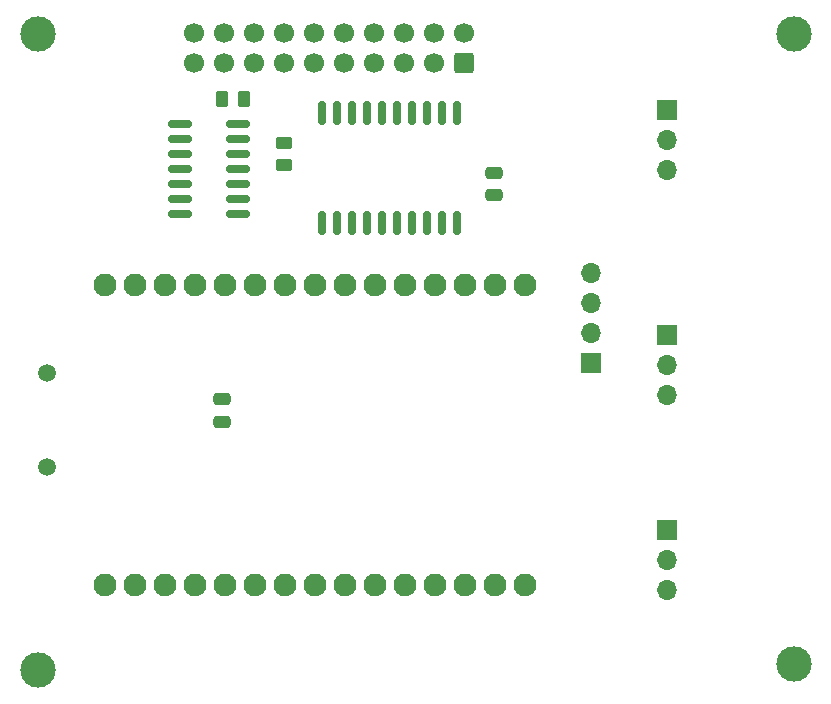
<source format=gbr>
%TF.GenerationSoftware,KiCad,Pcbnew,(6.0.1)*%
%TF.CreationDate,2022-05-14T12:38:18+08:00*%
%TF.ProjectId,SDISK2_ESP,53444953-4b32-45f4-9553-502e6b696361,rev?*%
%TF.SameCoordinates,Original*%
%TF.FileFunction,Soldermask,Top*%
%TF.FilePolarity,Negative*%
%FSLAX46Y46*%
G04 Gerber Fmt 4.6, Leading zero omitted, Abs format (unit mm)*
G04 Created by KiCad (PCBNEW (6.0.1)) date 2022-05-14 12:38:18*
%MOMM*%
%LPD*%
G01*
G04 APERTURE LIST*
G04 Aperture macros list*
%AMRoundRect*
0 Rectangle with rounded corners*
0 $1 Rounding radius*
0 $2 $3 $4 $5 $6 $7 $8 $9 X,Y pos of 4 corners*
0 Add a 4 corners polygon primitive as box body*
4,1,4,$2,$3,$4,$5,$6,$7,$8,$9,$2,$3,0*
0 Add four circle primitives for the rounded corners*
1,1,$1+$1,$2,$3*
1,1,$1+$1,$4,$5*
1,1,$1+$1,$6,$7*
1,1,$1+$1,$8,$9*
0 Add four rect primitives between the rounded corners*
20,1,$1+$1,$2,$3,$4,$5,0*
20,1,$1+$1,$4,$5,$6,$7,0*
20,1,$1+$1,$6,$7,$8,$9,0*
20,1,$1+$1,$8,$9,$2,$3,0*%
G04 Aperture macros list end*
%ADD10C,3.000000*%
%ADD11RoundRect,0.150000X-0.150000X0.875000X-0.150000X-0.875000X0.150000X-0.875000X0.150000X0.875000X0*%
%ADD12RoundRect,0.250000X0.475000X-0.250000X0.475000X0.250000X-0.475000X0.250000X-0.475000X-0.250000X0*%
%ADD13RoundRect,0.250000X-0.262500X-0.450000X0.262500X-0.450000X0.262500X0.450000X-0.262500X0.450000X0*%
%ADD14C,1.930400*%
%ADD15RoundRect,0.150000X0.825000X0.150000X-0.825000X0.150000X-0.825000X-0.150000X0.825000X-0.150000X0*%
%ADD16RoundRect,0.250000X0.450000X-0.262500X0.450000X0.262500X-0.450000X0.262500X-0.450000X-0.262500X0*%
%ADD17R,1.700000X1.700000*%
%ADD18O,1.700000X1.700000*%
%ADD19RoundRect,0.250000X0.600000X-0.600000X0.600000X0.600000X-0.600000X0.600000X-0.600000X-0.600000X0*%
%ADD20C,1.700000*%
%ADD21C,1.500000*%
G04 APERTURE END LIST*
D10*
%TO.C,H4*%
X162560000Y-76200000D03*
%TD*%
%TO.C,H2*%
X98500000Y-130000000D03*
%TD*%
D11*
%TO.C,U2*%
X133985000Y-82865000D03*
X132715000Y-82865000D03*
X131445000Y-82865000D03*
X130175000Y-82865000D03*
X128905000Y-82865000D03*
X127635000Y-82865000D03*
X126365000Y-82865000D03*
X125095000Y-82865000D03*
X123825000Y-82865000D03*
X122555000Y-82865000D03*
X122555000Y-92165000D03*
X123825000Y-92165000D03*
X125095000Y-92165000D03*
X126365000Y-92165000D03*
X127635000Y-92165000D03*
X128905000Y-92165000D03*
X130175000Y-92165000D03*
X131445000Y-92165000D03*
X132715000Y-92165000D03*
X133985000Y-92165000D03*
%TD*%
D12*
%TO.C,C3*%
X114129891Y-109017292D03*
X114129891Y-107117292D03*
%TD*%
D10*
%TO.C,H1*%
X98500000Y-76200000D03*
%TD*%
D13*
%TO.C,R4*%
X114145113Y-81666781D03*
X115970113Y-81666781D03*
%TD*%
D14*
%TO.C,BOARD1*%
X104255000Y-122875000D03*
X134735000Y-122875000D03*
X111875000Y-122875000D03*
X132195000Y-122875000D03*
X114415000Y-122875000D03*
X122035000Y-122875000D03*
X111875000Y-97475000D03*
X109335000Y-97475000D03*
X114415000Y-97475000D03*
X109335000Y-122875000D03*
X116955000Y-122875000D03*
X119495000Y-122875000D03*
X124575000Y-122875000D03*
X127115000Y-122875000D03*
X129655000Y-122875000D03*
X137275000Y-122875000D03*
X139815000Y-122875000D03*
X122035000Y-97475000D03*
X119495000Y-97475000D03*
X116955000Y-97475000D03*
X127115000Y-97475000D03*
X124575000Y-97475000D03*
X132195000Y-97475000D03*
X129655000Y-97475000D03*
X139815000Y-97475000D03*
X106795000Y-97475000D03*
X106795000Y-122875000D03*
X104255000Y-97475000D03*
X134735000Y-97475000D03*
X137275000Y-97475000D03*
%TD*%
D15*
%TO.C,U5*%
X115505000Y-91440000D03*
X115505000Y-90170000D03*
X115505000Y-88900000D03*
X115505000Y-87630000D03*
X115505000Y-86360000D03*
X115505000Y-85090000D03*
X115505000Y-83820000D03*
X110555000Y-83820000D03*
X110555000Y-85090000D03*
X110555000Y-86360000D03*
X110555000Y-87630000D03*
X110555000Y-88900000D03*
X110555000Y-90170000D03*
X110555000Y-91440000D03*
%TD*%
D16*
%TO.C,R5*%
X119380000Y-87272500D03*
X119380000Y-85447500D03*
%TD*%
D10*
%TO.C,H3*%
X162560000Y-129540000D03*
%TD*%
D12*
%TO.C,C2*%
X137160000Y-89850000D03*
X137160000Y-87950000D03*
%TD*%
D17*
%TO.C,U3*%
X151775984Y-101695000D03*
D18*
X151775984Y-104235000D03*
X151775984Y-106775000D03*
%TD*%
D19*
%TO.C,J1*%
X134620000Y-78625000D03*
D20*
X134620000Y-76085000D03*
X132080000Y-78625000D03*
X132080000Y-76085000D03*
X129540000Y-78625000D03*
X129540000Y-76085000D03*
X127000000Y-78625000D03*
X127000000Y-76085000D03*
X124460000Y-78625000D03*
X124460000Y-76085000D03*
X121920000Y-78625000D03*
X121920000Y-76085000D03*
X119380000Y-78625000D03*
X119380000Y-76085000D03*
X116840000Y-78625000D03*
X116840000Y-76085000D03*
X114300000Y-78625000D03*
X114300000Y-76085000D03*
X111760000Y-78625000D03*
X111760000Y-76085000D03*
%TD*%
D17*
%TO.C,OLED*%
X145365591Y-104045000D03*
D18*
X145365591Y-101505000D03*
X145365591Y-98965000D03*
X145365591Y-96425000D03*
%TD*%
D17*
%TO.C,U1*%
X151775984Y-82645000D03*
D18*
X151775984Y-85185000D03*
X151775984Y-87725000D03*
%TD*%
D21*
%TO.C,J2*%
X99330000Y-104900000D03*
X99330000Y-112880000D03*
%TD*%
D17*
%TO.C,U4*%
X151775984Y-118205000D03*
D18*
X151775984Y-120745000D03*
X151775984Y-123285000D03*
%TD*%
M02*

</source>
